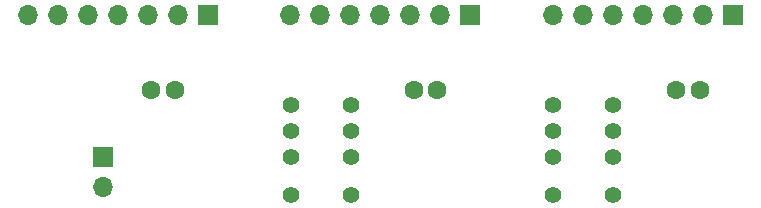
<source format=gbr>
%TF.GenerationSoftware,KiCad,Pcbnew,(6.0.0)*%
%TF.CreationDate,2022-01-08T11:13:19+00:00*%
%TF.ProjectId,Hub,4875622e-6b69-4636-9164-5f7063625858,rev?*%
%TF.SameCoordinates,Original*%
%TF.FileFunction,Soldermask,Bot*%
%TF.FilePolarity,Negative*%
%FSLAX46Y46*%
G04 Gerber Fmt 4.6, Leading zero omitted, Abs format (unit mm)*
G04 Created by KiCad (PCBNEW (6.0.0)) date 2022-01-08 11:13:19*
%MOMM*%
%LPD*%
G01*
G04 APERTURE LIST*
%ADD10R,1.700000X1.700000*%
%ADD11O,1.700000X1.700000*%
%ADD12C,1.600000*%
%ADD13C,1.400000*%
G04 APERTURE END LIST*
D10*
%TO.C,J4*%
X101600000Y-93980000D03*
D11*
X101600000Y-96520000D03*
%TD*%
D10*
%TO.C,J3*%
X154920000Y-81940000D03*
D11*
X152380000Y-81940000D03*
X149840000Y-81940000D03*
X147300000Y-81940000D03*
X144760000Y-81940000D03*
X142220000Y-81940000D03*
X139680000Y-81940000D03*
%TD*%
D10*
%TO.C,J2*%
X132695000Y-81915000D03*
D11*
X130155000Y-81915000D03*
X127615000Y-81915000D03*
X125075000Y-81915000D03*
X122535000Y-81915000D03*
X119995000Y-81915000D03*
X117455000Y-81915000D03*
%TD*%
D10*
%TO.C,J1*%
X110490000Y-81940000D03*
D11*
X107950000Y-81940000D03*
X105410000Y-81940000D03*
X102870000Y-81940000D03*
X100330000Y-81940000D03*
X97790000Y-81940000D03*
X95250000Y-81940000D03*
%TD*%
D12*
%TO.C,C2*%
X127905000Y-88265000D03*
X129905000Y-88265000D03*
%TD*%
D13*
%TO.C,K1*%
X122555000Y-97145000D03*
X122555000Y-93945000D03*
X122555000Y-91745000D03*
X122555000Y-89545000D03*
X117475000Y-89545000D03*
X117475000Y-91745000D03*
X117475000Y-93945000D03*
X117475000Y-97145000D03*
%TD*%
%TO.C,K2*%
X144780000Y-97145000D03*
X144780000Y-93945000D03*
X144780000Y-91745000D03*
X144780000Y-89545000D03*
X139700000Y-89545000D03*
X139700000Y-91745000D03*
X139700000Y-93945000D03*
X139700000Y-97145000D03*
%TD*%
D12*
%TO.C,C1*%
X105680000Y-88265000D03*
X107680000Y-88265000D03*
%TD*%
%TO.C,C3*%
X150130000Y-88265000D03*
X152130000Y-88265000D03*
%TD*%
M02*

</source>
